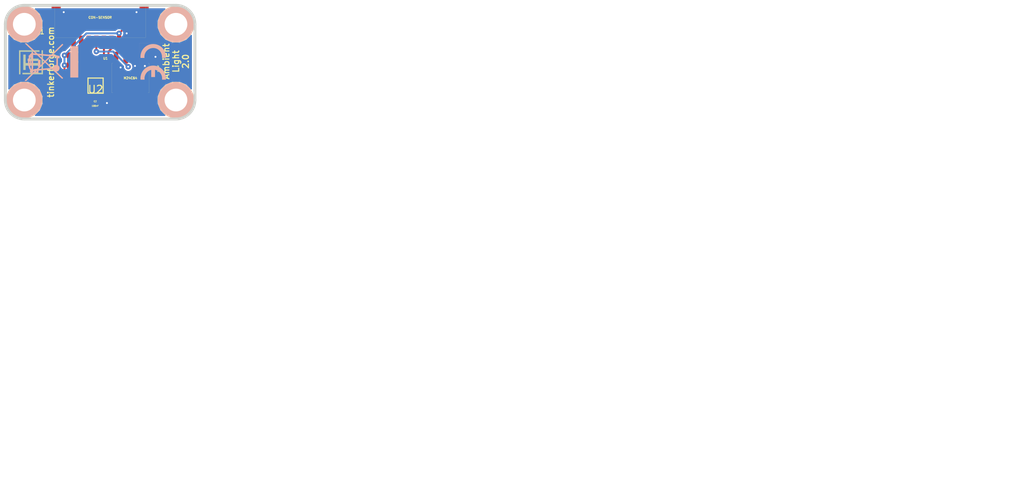
<source format=kicad_pcb>
(kicad_pcb (version 4) (host pcbnew "(2015-03-18 BZR 5525)-product")
  (title_block (title "Ambient Light Bricklet") (date "Do 02 Apr 2015") (rev 2.0) (company Tinkerforge) (comment 1 "Licensed under CERN OHL v.1.1") (comment 2 "Copyright (©) 2015, B.Nordmeyer <bastian@tinkerforge.com>"))
  (layers (0 F.Cu signal) (31 B.Cu signal hide) (34 B.Paste user) (35 F.Paste user) (36 B.SilkS user) (37 F.SilkS user) (38 B.Mask user) (39 F.Mask user) (44 Edge.Cuts user))
  (net 0 "")
  (net 1 GND)
  (net 2 VCC)
  (net 3 SCL)
  (net 4 SDA)
  (net 5 "Net-(P1-Pad6)")
  (net 6 "Net-(P1-Pad7)")
  (net 7 "Net-(P1-Pad8)")
  (module kicad-libraries:0603 (layer F.Cu) (at 149.7 94.8 270)
    (fp_text reference C1 (at 0.05 0.225 270) (layer F.SilkS) (effects (font (size 0.2 0.2) (thickness 0.05))))
    (fp_text value 100nF (at 0.05 -0.375 270) (layer F.SilkS) (effects (font (size 0.2 0.2) (thickness 0.05))))
    (pad 1 smd rect (at -0.8001 0 270) (size 0.8001 0.8001) (layers F.Cu F.Paste F.Mask) (net 1 GND))
    (pad 2 smd rect (at 0.8001 0 270) (size 0.8001 0.8001) (layers F.Cu F.Paste F.Mask) (net 2 VCC))
  )
  (module kicad-libraries:0603 (layer F.Cu) (at 141.8 99.4 180)
    (fp_text reference C2 (at 0.05 0.225 180) (layer F.SilkS) (effects (font (size 0.2 0.2) (thickness 0.05))))
    (fp_text value 100nF (at 0.05 -0.375 180) (layer F.SilkS) (effects (font (size 0.2 0.2) (thickness 0.05))))
    (pad 1 smd rect (at -0.8001 0 180) (size 0.8001 0.8001) (layers F.Cu F.Paste F.Mask) (net 1 GND))
    (pad 2 smd rect (at 0.8001 0 180) (size 0.8001 0.8001) (layers F.Cu F.Paste F.Mask) (net 2 VCC))
  )
  (module kicad-libraries:CON-SENSOR (layer F.Cu) (at 142.4 86.5 180)
    (fp_text reference P1 (at 7.9502 -3.50012 180) (layer F.SilkS) (effects (font (size 0.59944 0.59944) (thickness 0.12446))))
    (fp_text value CON-SENSOR (at 0 -1.6002 180) (layer F.SilkS) (effects (font (size 0.29972 0.29972) (thickness 0.07112))))
    (pad 1 smd rect (at -4.50088 -4.7752 180) (size 0.59944 1.5494) (layers F.Cu F.Paste F.Mask))
    (pad 2 smd rect (at -3.50012 -4.7752 180) (size 0.59944 1.5494) (layers F.Cu F.Paste F.Mask) (net 1 GND))
    (pad 3 smd rect (at -2.49936 -4.7752 180) (size 0.59944 1.5494) (layers F.Cu F.Paste F.Mask) (net 2 VCC))
    (pad 4 smd rect (at -1.50114 -4.7752 180) (size 0.59944 1.5494) (layers F.Cu F.Paste F.Mask) (net 3 SCL))
    (pad 5 smd rect (at -0.50038 -4.7752 180) (size 0.59944 1.5494) (layers F.Cu F.Paste F.Mask) (net 4 SDA))
    (pad 6 smd rect (at 0.50038 -4.7752 180) (size 0.59944 1.5494) (layers F.Cu F.Paste F.Mask) (net 5 "Net-(P1-Pad6)"))
    (pad 7 smd rect (at 1.50114 -4.7752 180) (size 0.59944 1.5494) (layers F.Cu F.Paste F.Mask) (net 6 "Net-(P1-Pad7)"))
    (pad 8 smd rect (at 2.49936 -4.7752 180) (size 0.59944 1.5494) (layers F.Cu F.Paste F.Mask) (net 7 "Net-(P1-Pad8)"))
    (pad 9 smd rect (at 3.50012 -4.7752 180) (size 0.59944 1.5494) (layers F.Cu F.Paste F.Mask))
    (pad 10 smd rect (at 4.50088 -4.7752 180) (size 0.59944 1.5494) (layers F.Cu F.Paste F.Mask))
    (pad EP smd rect (at -5.79882 -0.89916 180) (size 1.19888 1.80086) (layers F.Cu F.Paste F.Mask) (net 1 GND))
    (pad EP smd rect (at 5.79882 -0.89916 180) (size 1.19888 1.80086) (layers F.Cu F.Paste F.Mask) (net 1 GND))
  )
  (module kicad-libraries:0603 (layer F.Cu) (at 139.2 93.1)
    (fp_text reference R1 (at 0.05 0.225) (layer F.SilkS) (effects (font (size 0.2 0.2) (thickness 0.05))))
    (fp_text value 2k2 (at 0.05 -0.375) (layer F.SilkS) (effects (font (size 0.2 0.2) (thickness 0.05))))
    (pad 1 smd rect (at -0.8001 0) (size 0.8001 0.8001) (layers F.Cu F.Paste F.Mask) (net 2 VCC))
    (pad 2 smd rect (at 0.8001 0) (size 0.8001 0.8001) (layers F.Cu F.Paste F.Mask) (net 6 "Net-(P1-Pad7)"))
  )
  (module kicad-libraries:0603 (layer F.Cu) (at 139.2 94.4)
    (fp_text reference R2 (at 0.05 0.225) (layer F.SilkS) (effects (font (size 0.2 0.2) (thickness 0.05))))
    (fp_text value 2k2 (at 0.05 -0.375) (layer F.SilkS) (effects (font (size 0.2 0.2) (thickness 0.05))))
    (pad 1 smd rect (at -0.8001 0) (size 0.8001 0.8001) (layers F.Cu F.Paste F.Mask) (net 2 VCC))
    (pad 2 smd rect (at 0.8001 0) (size 0.8001 0.8001) (layers F.Cu F.Paste F.Mask) (net 7 "Net-(P1-Pad8)"))
  )
  (module kicad-libraries:LTR-329ALS (layer F.Cu) (at 141.8 97.1)
    (fp_text reference U2 (at 0 0.5) (layer F.SilkS))
    (fp_text value LTR-329ALS)
    (pad 1 smd rect (at -0.7 0.775) (size 0.9 0.95) (layers F.Cu F.Paste F.Mask) (net 2 VCC))
    (pad 2 smd rect (at 0.7 0.775) (size 0.9 0.95) (layers F.Cu F.Paste F.Mask) (net 1 GND))
    (pad 3 smd rect (at 0.7 -0.775) (size 0.9 0.95) (layers F.Cu F.Paste F.Mask) (net 6 "Net-(P1-Pad7)"))
    (pad 4 smd rect (at -0.7 -0.775) (size 0.9 0.95) (layers F.Cu F.Paste F.Mask) (net 7 "Net-(P1-Pad8)"))
  )
  (module kicad-libraries:DRILL_NP (layer F.Cu) (at 152.4 99)
    (fp_text reference U3 hide)
    (fp_text value DRILL hide)
    (pad "" np_thru_hole circle (at 0 0) (size 2.99974 2.99974) (drill 2.99974) (layers *.Cu *.Mask F.SilkS) (clearance 0.89916))
  )
  (module kicad-libraries:DRILL_NP (layer F.Cu) (at 132.4 89)
    (fp_text reference U4 hide)
    (fp_text value DRILL hide)
    (pad "" np_thru_hole circle (at 0 0) (size 2.99974 2.99974) (drill 2.99974) (layers *.Cu *.Mask F.SilkS) (clearance 0.89916))
  )
  (module kicad-libraries:DRILL_NP (layer F.Cu) (at 132.4 99)
    (fp_text reference U5 hide)
    (fp_text value DRILL hide)
    (pad "" np_thru_hole circle (at 0 0) (size 2.99974 2.99974) (drill 2.99974) (layers *.Cu *.Mask F.SilkS) (clearance 0.89916))
  )
  (module kicad-libraries:DRILL_NP (layer F.Cu) (at 152.4 89)
    (fp_text reference U6 hide)
    (fp_text value DRILL hide)
    (pad "" np_thru_hole circle (at 0 0) (size 2.99974 2.99974) (drill 2.99974) (layers *.Cu *.Mask F.SilkS) (clearance 0.89916))
  )
  (module kicad-libraries:SOIC8 (layer F.Cu) (at 146.4 96.1 180)
    (fp_text reference U1 (at 3.29946 2.60096 180) (layer F.SilkS) (effects (font (size 0.29972 0.29972) (thickness 0.0762))))
    (fp_text value M24C64 (at 0 0 180) (layer F.SilkS) (effects (font (size 0.29972 0.29972) (thickness 0.0762))))
    (pad 1 smd rect (at -1.90246 2.69748) (size 0.59944 1.5494) (layers F.Cu F.Paste F.Mask) (net 1 GND))
    (pad 2 smd rect (at -0.63246 2.69748) (size 0.59944 1.5494) (layers F.Cu F.Paste F.Mask) (net 1 GND))
    (pad 3 smd rect (at 0.63246 2.69748) (size 0.59944 1.5494) (layers F.Cu F.Paste F.Mask) (net 5 "Net-(P1-Pad6)"))
    (pad 4 smd rect (at 1.90246 2.69748) (size 0.59944 1.5494) (layers F.Cu F.Paste F.Mask) (net 1 GND))
    (pad 5 smd rect (at 1.90246 -2.69748 180) (size 0.59944 1.5494) (layers F.Cu F.Paste F.Mask) (net 4 SDA))
    (pad 6 smd rect (at 0.63246 -2.69748 180) (size 0.59944 1.5494) (layers F.Cu F.Paste F.Mask) (net 3 SCL))
    (pad 7 smd rect (at -0.63246 -2.69748 180) (size 0.59944 1.5494) (layers F.Cu F.Paste F.Mask))
    (pad 8 smd rect (at -1.90246 -2.69748 180) (size 0.59944 1.5494) (layers F.Cu F.Paste F.Mask) (net 2 VCC))
  )
  (module kicad-libraries:Logo_31x31 (layer F.Cu) (at 131.7 95.6 90)
    (fp_text reference G*** hide)
    (fp_text value Logo_31x31 hide)
  )
  (module kicad-libraries:WEEE_7mm_back (layer B.Cu) (at 136 94 90)
    (fp_text reference VAL hide)
    (fp_text value WEEE_7mm_back hide)
  )
  (module kicad-libraries:CE_5mm (layer B.Cu) (at 149.4 94 270)
    (fp_text reference VAL hide)
    (fp_text value CE_5mm hide)
  )
  (gr_text "Ambient\nLight\n2.0" (at 152.4 93.9 90) (layer F.SilkS) (effects (font (size 0.8 0.8))))
  (gr_text tinkerforge.com (at 135.9 94 90) (layer F.SilkS) (effects (font (size 0.8 0.8))))
  (gr_line (start 132.4 101.5) (end 152.4 101.5) (angle 90) (layer Edge.Cuts) (width 0.381))
  (gr_line (start 129.9 89) (end 129.9 99) (angle 90) (layer Edge.Cuts) (width 0.381))
  (gr_line (start 152.4 86.5) (end 132.4 86.5) (angle 90) (layer Edge.Cuts) (width 0.381))
  (gr_line (start 154.9 99) (end 154.9 89) (angle 90) (layer Edge.Cuts) (width 0.381))
  (gr_arc (start 152.4 99) (end 154.9 99) (angle 90) (layer Edge.Cuts) (width 0.381))
  (gr_arc (start 132.4 99) (end 132.4 101.5) (angle 90) (layer Edge.Cuts) (width 0.381))
  (gr_arc (start 132.4 89) (end 129.9 89) (angle 90) (layer Edge.Cuts) (width 0.381))
  (gr_arc (start 152.4 89) (end 152.4 86.5) (angle 90) (layer Edge.Cuts) (width 0.381))
  (segment (start 147.2 87.4) (end 137.6 87.4) (width 0.25) (layer B.Cu) (net 1))
  (segment (start 137.59916 87.39916) (end 136.60118 87.39916) (width 0.25) (layer F.Cu) (net 1))
  (segment (start 137.6 87.4) (end 137.59916 87.39916) (width 0.25) (layer F.Cu) (net 1))
  (via (at 137.6 87.4) (size 0.7) (layers F.Cu B.Cu) (net 1))
  (segment (start 145.9 90.2) (end 145.9 88.7) (width 0.25) (layer B.Cu) (net 1))
  (segment (start 147.20084 87.39916) (end 148.19882 87.39916) (width 0.25) (layer F.Cu) (net 1))
  (segment (start 147.2 87.4) (end 147.20084 87.39916) (width 0.25) (layer F.Cu) (net 1))
  (via (at 147.2 87.4) (size 0.7) (layers F.Cu B.Cu) (net 1))
  (segment (start 145.9 88.7) (end 147.2 87.4) (width 0.25) (layer B.Cu) (net 1))
  (segment (start 149.7 93.3) (end 149 93.3) (width 0.25) (layer B.Cu) (net 1))
  (segment (start 145.90012 90.20012) (end 145.9 90.2) (width 0.25) (layer F.Cu) (net 1))
  (via (at 145.9 90.2) (size 0.7) (layers F.Cu B.Cu) (net 1))
  (segment (start 145.90012 90.20012) (end 145.90012 91.2752) (width 0.25) (layer F.Cu) (net 1))
  (segment (start 149 93.3) (end 145.9 90.2) (width 0.25) (layer B.Cu) (net 1))
  (segment (start 147 94.5) (end 147 95.2) (width 0.25) (layer B.Cu) (net 1))
  (segment (start 145.8 95.4) (end 145.1 94.7) (width 0.25) (layer B.Cu) (net 1))
  (segment (start 146.8 95.4) (end 145.8 95.4) (width 0.25) (layer B.Cu) (net 1))
  (segment (start 147 95.2) (end 146.8 95.4) (width 0.25) (layer B.Cu) (net 1))
  (segment (start 148.3 94.5) (end 147 94.5) (width 0.25) (layer B.Cu) (net 1))
  (segment (start 147.03246 94.46754) (end 147 94.5) (width 0.25) (layer F.Cu) (net 1))
  (via (at 147 94.5) (size 0.7) (layers F.Cu B.Cu) (net 1))
  (segment (start 147.03246 94.46754) (end 147.03246 93.40252) (width 0.25) (layer F.Cu) (net 1))
  (segment (start 149.7 93.3) (end 149.5 93.3) (width 0.25) (layer B.Cu) (net 1))
  (via (at 149.7 93.3) (size 0.7) (layers F.Cu B.Cu) (net 1))
  (segment (start 149.7 93.9999) (end 149.7 93.3) (width 0.25) (layer F.Cu) (net 1))
  (segment (start 148.30246 94.49754) (end 148.3 94.5) (width 0.25) (layer F.Cu) (net 1))
  (via (at 148.3 94.5) (size 0.7) (layers F.Cu B.Cu) (net 1))
  (segment (start 148.30246 94.49754) (end 148.30246 93.40252) (width 0.25) (layer F.Cu) (net 1))
  (segment (start 149.5 93.3) (end 148.3 94.5) (width 0.25) (layer B.Cu) (net 1))
  (segment (start 144.49754 93.40252) (end 144.49754 94.09754) (width 0.25) (layer F.Cu) (net 1))
  (segment (start 144.49754 94.09754) (end 145.1 94.7) (width 0.25) (layer F.Cu) (net 1))
  (via (at 145.1 94.7) (size 0.7) (layers F.Cu B.Cu) (net 1))
  (segment (start 145.1 94.7) (end 143.3 96.5) (width 0.25) (layer B.Cu) (net 1))
  (via (at 143.3 99.4) (size 0.7) (layers F.Cu B.Cu) (net 1))
  (segment (start 142.6001 99.4) (end 143.3 99.4) (width 0.25) (layer F.Cu) (net 1))
  (segment (start 143.3 96.5) (end 143.3 99.4) (width 0.25) (layer B.Cu) (net 1))
  (segment (start 142.5 97.875) (end 142.5 99.2999) (width 0.25) (layer F.Cu) (net 1))
  (segment (start 142.5 99.2999) (end 142.6001 99.4) (width 0.25) (layer F.Cu) (net 1))
  (segment (start 149.7 95.6001) (end 150.3999 95.6001) (width 0.25) (layer F.Cu) (net 2))
  (segment (start 145.6 89.5) (end 144.9 90.2) (width 0.25) (layer F.Cu) (net 2))
  (segment (start 147.7 89.5) (end 145.6 89.5) (width 0.25) (layer F.Cu) (net 2))
  (segment (start 150.8 92.6) (end 147.7 89.5) (width 0.25) (layer F.Cu) (net 2))
  (segment (start 150.8 95.2) (end 150.8 92.6) (width 0.25) (layer F.Cu) (net 2))
  (segment (start 150.3999 95.6001) (end 150.8 95.2) (width 0.25) (layer F.Cu) (net 2))
  (segment (start 141.1 97.875) (end 141.1 99.2999) (width 0.25) (layer F.Cu) (net 2))
  (segment (start 141.1 99.2999) (end 140.9999 99.4) (width 0.25) (layer F.Cu) (net 2))
  (segment (start 140.9999 99.4) (end 139.9 99.4) (width 0.25) (layer F.Cu) (net 2))
  (segment (start 137.7 97.2) (end 137.7 94.4) (width 0.25) (layer F.Cu) (net 2))
  (segment (start 139.9 99.4) (end 137.7 97.2) (width 0.25) (layer F.Cu) (net 2))
  (segment (start 137.7 93.1) (end 137.7 94.4) (width 0.25) (layer B.Cu) (net 2))
  (via (at 137.7 94.4) (size 0.7) (layers F.Cu B.Cu) (net 2))
  (segment (start 137.7 94.4) (end 138.3999 94.4) (width 0.25) (layer F.Cu) (net 2))
  (segment (start 144.89936 91.2752) (end 144.89936 90.20064) (width 0.25) (layer F.Cu) (net 2))
  (segment (start 144.89936 90.20064) (end 144.9 90.2) (width 0.25) (layer F.Cu) (net 2))
  (via (at 137.7 93.1) (size 0.7) (layers F.Cu B.Cu) (net 2))
  (segment (start 137.7 93.1) (end 138.3999 93.1) (width 0.25) (layer F.Cu) (net 2))
  (segment (start 140.6 90.2) (end 137.7 93.1) (width 0.25) (layer B.Cu) (net 2))
  (via (at 144.9 90.2) (size 0.7) (layers F.Cu B.Cu) (net 2))
  (segment (start 144.9 90.2) (end 140.6 90.2) (width 0.25) (layer B.Cu) (net 2))
  (segment (start 141.1 99.2999) (end 140.9999 99.4) (width 0.25) (layer F.Cu) (net 2))
  (segment (start 148.30246 98.79748) (end 148.30246 97.79754) (width 0.25) (layer F.Cu) (net 2))
  (segment (start 149.7 96.4) (end 149.7 95.6001) (width 0.25) (layer F.Cu) (net 2))
  (segment (start 148.30246 97.79754) (end 149.7 96.4) (width 0.25) (layer F.Cu) (net 2))
  (segment (start 143.90114 91.2752) (end 143.90114 92.19886) (width 0.25) (layer F.Cu) (net 3))
  (segment (start 145.76754 96.36754) (end 145.76754 98.79748) (width 0.25) (layer F.Cu) (net 3))
  (segment (start 143.5 94.1) (end 145.76754 96.36754) (width 0.25) (layer F.Cu) (net 3))
  (segment (start 143.5 92.6) (end 143.5 94.1) (width 0.25) (layer F.Cu) (net 3))
  (segment (start 143.90114 92.19886) (end 143.5 92.6) (width 0.25) (layer F.Cu) (net 3))
  (segment (start 144.49754 98.79748) (end 144.49754 96.09754) (width 0.25) (layer F.Cu) (net 4))
  (segment (start 142.90038 94.50038) (end 142.90038 91.2752) (width 0.25) (layer F.Cu) (net 4))
  (segment (start 144.49754 96.09754) (end 142.90038 94.50038) (width 0.25) (layer F.Cu) (net 4))
  (segment (start 145.76754 93.40252) (end 145.76754 94.26754) (width 0.25) (layer F.Cu) (net 5))
  (segment (start 141.89962 92.59962) (end 141.89962 91.2752) (width 0.25) (layer F.Cu) (net 5))
  (segment (start 141.9 92.6) (end 141.89962 92.59962) (width 0.25) (layer F.Cu) (net 5))
  (via (at 141.9 92.6) (size 0.7) (layers F.Cu B.Cu) (net 5))
  (segment (start 144.1 92.6) (end 141.9 92.6) (width 0.25) (layer B.Cu) (net 5))
  (segment (start 146.1 94.6) (end 144.1 92.6) (width 0.25) (layer B.Cu) (net 5))
  (via (at 146.1 94.6) (size 0.7) (layers F.Cu B.Cu) (net 5))
  (segment (start 145.76754 94.26754) (end 146.1 94.6) (width 0.25) (layer F.Cu) (net 5))
  (segment (start 142.5 96.325) (end 142.5 95.3) (width 0.25) (layer F.Cu) (net 6))
  (segment (start 141 93.1) (end 140.0001 93.1) (width 0.25) (layer F.Cu) (net 6))
  (segment (start 141.4 93.5) (end 141 93.1) (width 0.25) (layer F.Cu) (net 6))
  (segment (start 141.4 94.2) (end 141.4 93.5) (width 0.25) (layer F.Cu) (net 6))
  (segment (start 142.5 95.3) (end 141.4 94.2) (width 0.25) (layer F.Cu) (net 6))
  (segment (start 140.89886 91.2752) (end 140.89886 91.90114) (width 0.25) (layer F.Cu) (net 6))
  (segment (start 140.89886 91.90114) (end 140.0001 92.7999) (width 0.25) (layer F.Cu) (net 6))
  (segment (start 140.0001 92.7999) (end 140.0001 93.1) (width 0.25) (layer F.Cu) (net 6))
  (segment (start 141.1 96.325) (end 141.1 95) (width 0.25) (layer F.Cu) (net 7))
  (segment (start 140.5 94.4) (end 140.0001 94.4) (width 0.25) (layer F.Cu) (net 7))
  (segment (start 141.1 95) (end 140.5 94.4) (width 0.25) (layer F.Cu) (net 7))
  (segment (start 139.90064 91.2752) (end 139.90064 91.89936) (width 0.25) (layer F.Cu) (net 7))
  (segment (start 139.90064 91.89936) (end 139.2 92.6) (width 0.25) (layer F.Cu) (net 7))
  (segment (start 139.2 92.6) (end 139.2 94.1) (width 0.25) (layer F.Cu) (net 7))
  (segment (start 139.2 94.1) (end 139.5 94.4) (width 0.25) (layer F.Cu) (net 7))
  (segment (start 139.5 94.4) (end 140.0001 94.4) (width 0.25) (layer F.Cu) (net 7))
  (zone (net 1) (net_name GND) (layer B.Cu) (connect_pads (clearance 0.2)) (min_thickness 0.15) (fill yes (arc_segments 16) (thermal_gap 0) (thermal_bridge_width 0.2))
    (polygon (pts (xy 129.9 86.5) (xy 154.9 86.5) (xy 154.9 101.5) (xy 129.9 101.5)))
  )
)
</source>
